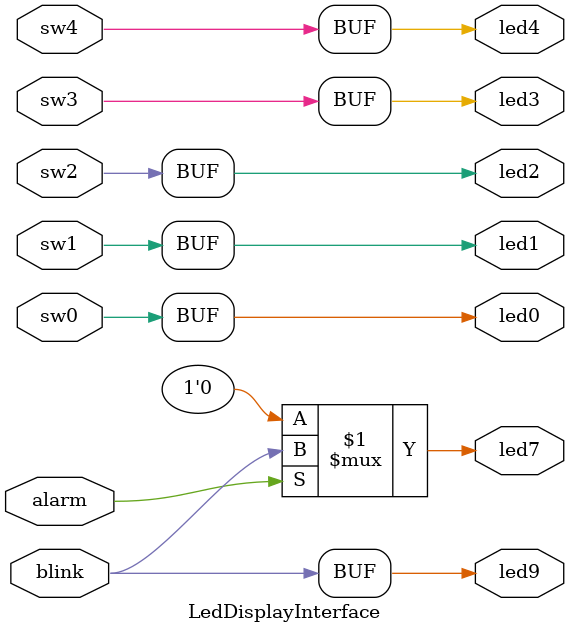
<source format=v>
module LedDisplayInterface (
	sw0,
	sw1,
	sw2,
	sw3,
	sw4,
	blink,
	alarm,
	led0,
	led1,
	led2,
	led3,
	led4,
	led7,
	led9
);


input sw0;
input sw1;
input sw2;
input sw3;
input sw4;

input blink;

input alarm;

output led0;
output led1;
output led2;
output led3;
output led4;
output led7;
output led9;

assign led0 = sw0;
assign led1 = sw1;
assign led2 = sw2;
assign led3 = sw3;
assign led4 = sw4;
assign led9 = blink;

assign led7 = alarm ? blink : 1'b0;

endmodule



	
</source>
